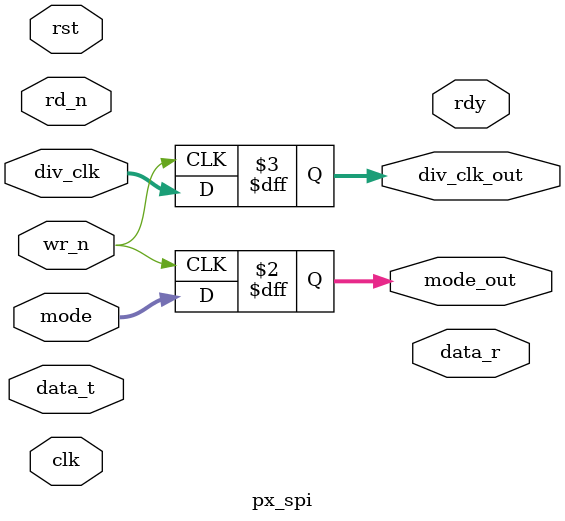
<source format=v>
module px_spi(

input clk,              //连接在处理器主时钟上
input rst,

input wr_n,
input rd_n,

input [7:0]data_t,
input [1:0]mode,        //SPI发送模式选择     

input [1:0]div_clk,     //SPI发送时钟选择

output reg[1:0]mode_out,
output reg[1:0]div_clk_out,

output[7:0]data_r,

output reg rdy              //准备好信号
);


always@(posedge wr_n)begin
    
       mode_out <= mode;
       div_clk_out <= div_clk;
       
end


endmodule

</source>
